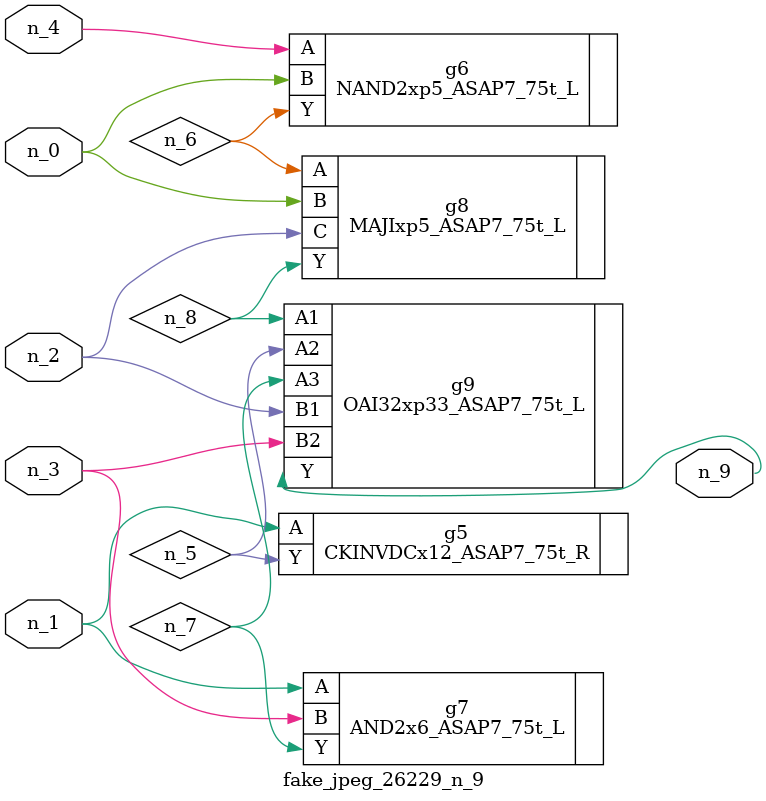
<source format=v>
module fake_jpeg_26229_n_9 (n_3, n_2, n_1, n_0, n_4, n_9);

input n_3;
input n_2;
input n_1;
input n_0;
input n_4;

output n_9;

wire n_8;
wire n_6;
wire n_5;
wire n_7;

CKINVDCx12_ASAP7_75t_R g5 ( 
.A(n_1),
.Y(n_5)
);

NAND2xp5_ASAP7_75t_L g6 ( 
.A(n_4),
.B(n_0),
.Y(n_6)
);

AND2x6_ASAP7_75t_L g7 ( 
.A(n_1),
.B(n_3),
.Y(n_7)
);

MAJIxp5_ASAP7_75t_L g8 ( 
.A(n_6),
.B(n_0),
.C(n_2),
.Y(n_8)
);

OAI32xp33_ASAP7_75t_L g9 ( 
.A1(n_8),
.A2(n_5),
.A3(n_7),
.B1(n_2),
.B2(n_3),
.Y(n_9)
);


endmodule
</source>
